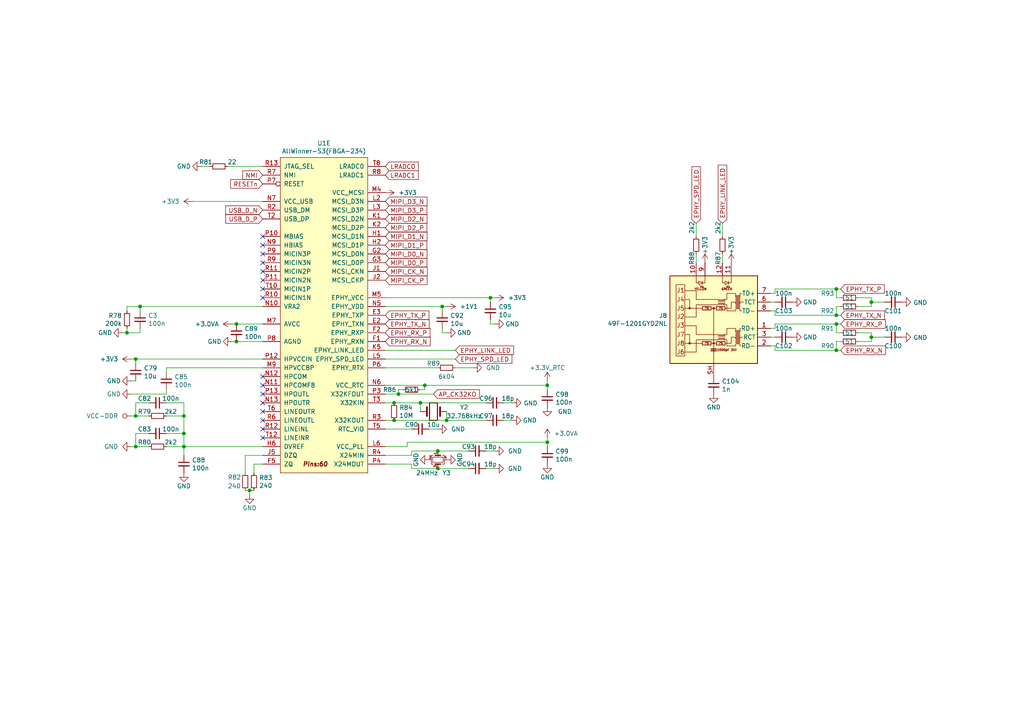
<source format=kicad_sch>
(kicad_sch (version 20230121) (generator eeschema)
  (paper "A4")
  (title_block (title "OtterCastAudioV2") (rev "1.0"))
  (junction (at 242.57 101.6))
  (junction (at 242.57 83.82))
  (junction (at 142.24 86.36))
  (junction (at 39.37 129.54))
  (junction (at 128.27 88.9))
  (junction (at 53.34 125.73))
  (junction (at 158.75 128.27))
  (junction (at 158.75 111.76))
  (junction (at 127 135.89))
  (junction (at 242.57 93.98))
  (junction (at 53.34 120.65))
  (junction (at 242.57 91.44))
  (junction (at 127 130.81))
  (junction (at 68.58 93.98))
  (junction (at 114.3 121.92))
  (junction (at 114.3 116.84))
  (junction (at 53.34 129.54))
  (junction (at 252.73 97.79))
  (junction (at 39.37 104.14))
  (junction (at 72.39 142.24))
  (junction (at 40.64 88.9))
  (junction (at 121.92 116.84))
  (junction (at 39.37 120.65))
  (junction (at 68.58 99.06))
  (junction (at 252.73 87.63))
  (junction (at 129.54 121.92))
  (junction (at 36.83 96.52))
  (junction (at 115.57 114.3))
  (junction (at 123.19 111.76))
  (no_connect (at 76.2 114.3))
  (no_connect (at 76.2 81.28))
  (no_connect (at 76.2 71.12))
  (no_connect (at 76.2 68.58))
  (no_connect (at 76.2 76.2))
  (no_connect (at 76.2 86.36))
  (no_connect (at 76.2 127))
  (no_connect (at 76.2 124.46))
  (no_connect (at 76.2 116.84))
  (no_connect (at 76.2 83.82))
  (no_connect (at 76.2 78.74))
  (no_connect (at 76.2 121.92))
  (no_connect (at 76.2 111.76))
  (no_connect (at 76.2 119.38))
  (no_connect (at 76.2 73.66))
  (no_connect (at 76.2 109.22))
  (wire (pts (xy 76.2 48.26) (xy 66.04 48.26)))
  (wire (pts (xy 252.73 96.52) (xy 252.73 97.79)))
  (wire (pts (xy 38.1 114.3) (xy 48.26 114.3)))
  (wire (pts (xy 119.38 132.08) (xy 111.76 132.08)))
  (wire (pts (xy 129.54 88.9) (xy 128.27 88.9)))
  (wire (pts (xy 53.34 129.54) (xy 76.2 129.54)))
  (wire (pts (xy 128.27 96.52) (xy 128.27 95.25)))
  (wire (pts (xy 224.79 93.98) (xy 224.79 95.25)))
  (wire (pts (xy 129.54 119.38) (xy 129.54 121.92)))
  (wire (pts (xy 36.83 88.9) (xy 36.83 90.17)))
  (wire (pts (xy 128.27 88.9) (xy 128.27 90.17)))
  (wire (pts (xy 224.79 91.44) (xy 224.79 90.17)))
  (wire (pts (xy 224.79 91.44) (xy 242.57 91.44)))
  (wire (pts (xy 67.31 99.06) (xy 68.58 99.06)))
  (wire (pts (xy 73.66 142.24) (xy 72.39 142.24)))
  (wire (pts (xy 111.76 121.92) (xy 114.3 121.92)))
  (wire (pts (xy 132.08 106.68) (xy 137.16 106.68)))
  (wire (pts (xy 242.57 86.36) (xy 242.57 83.82)))
  (wire (pts (xy 129.54 121.92) (xy 140.97 121.92)))
  (wire (pts (xy 111.76 114.3) (xy 115.57 114.3)))
  (wire (pts (xy 111.76 106.68) (xy 127 106.68)))
  (wire (pts (xy 39.37 104.14) (xy 76.2 104.14)))
  (wire (pts (xy 209.55 64.77) (xy 209.55 68.58)))
  (wire (pts (xy 248.92 99.06) (xy 252.73 99.06)))
  (wire (pts (xy 40.64 88.9) (xy 76.2 88.9)))
  (wire (pts (xy 119.38 135.89) (xy 127 135.89)))
  (wire (pts (xy 119.38 130.81) (xy 119.38 132.08)))
  (wire (pts (xy 148.59 116.84) (xy 146.05 116.84)))
  (wire (pts (xy 158.75 110.49) (xy 158.75 111.76)))
  (wire (pts (xy 123.19 111.76) (xy 158.75 111.76)))
  (wire (pts (xy 111.76 116.84) (xy 114.3 116.84)))
  (wire (pts (xy 48.26 125.73) (xy 53.34 125.73)))
  (wire (pts (xy 39.37 104.14) (xy 39.37 105.41)))
  (wire (pts (xy 53.34 129.54) (xy 53.34 125.73)))
  (wire (pts (xy 40.64 95.25) (xy 40.64 96.52)))
  (wire (pts (xy 243.84 86.36) (xy 242.57 86.36)))
  (wire (pts (xy 38.1 104.14) (xy 39.37 104.14)))
  (wire (pts (xy 252.73 96.52) (xy 248.92 96.52)))
  (wire (pts (xy 48.26 120.65) (xy 53.34 120.65)))
  (wire (pts (xy 223.52 87.63) (xy 224.79 87.63)))
  (wire (pts (xy 72.39 143.51) (xy 72.39 142.24)))
  (wire (pts (xy 243.84 93.98) (xy 242.57 93.98)))
  (wire (pts (xy 48.26 106.68) (xy 76.2 106.68)))
  (wire (pts (xy 158.75 127) (xy 158.75 128.27)))
  (wire (pts (xy 43.18 120.65) (xy 39.37 120.65)))
  (wire (pts (xy 123.19 113.03) (xy 123.19 111.76)))
  (wire (pts (xy 242.57 96.52) (xy 242.57 93.98)))
  (wire (pts (xy 115.57 113.03) (xy 115.57 114.3)))
  (wire (pts (xy 243.84 96.52) (xy 242.57 96.52)))
  (wire (pts (xy 58.42 48.26) (xy 60.96 48.26)))
  (wire (pts (xy 38.1 110.49) (xy 39.37 110.49)))
  (wire (pts (xy 224.79 95.25) (xy 223.52 95.25)))
  (wire (pts (xy 119.38 130.81) (xy 127 130.81)))
  (wire (pts (xy 148.59 121.92) (xy 146.05 121.92)))
  (wire (pts (xy 243.84 99.06) (xy 242.57 99.06)))
  (wire (pts (xy 114.3 116.84) (xy 121.92 116.84)))
  (wire (pts (xy 243.84 88.9) (xy 242.57 88.9)))
  (wire (pts (xy 116.84 113.03) (xy 115.57 113.03)))
  (wire (pts (xy 242.57 93.98) (xy 224.79 93.98)))
  (wire (pts (xy 40.64 88.9) (xy 36.83 88.9)))
  (wire (pts (xy 242.57 99.06) (xy 242.57 101.6)))
  (wire (pts (xy 111.76 124.46) (xy 119.38 124.46)))
  (wire (pts (xy 118.11 128.27) (xy 158.75 128.27)))
  (wire (pts (xy 142.24 86.36) (xy 142.24 87.63)))
  (wire (pts (xy 248.92 88.9) (xy 252.73 88.9)))
  (wire (pts (xy 111.76 129.54) (xy 118.11 129.54)))
  (wire (pts (xy 158.75 113.03) (xy 158.75 111.76)))
  (wire (pts (xy 224.79 100.33) (xy 223.52 100.33)))
  (wire (pts (xy 48.26 107.95) (xy 48.26 106.68)))
  (wire (pts (xy 256.54 97.79) (xy 252.73 97.79)))
  (wire (pts (xy 38.1 129.54) (xy 39.37 129.54)))
  (wire (pts (xy 39.37 120.65) (xy 39.37 116.84)))
  (wire (pts (xy 224.79 85.09) (xy 223.52 85.09)))
  (wire (pts (xy 127 135.89) (xy 135.89 135.89)))
  (wire (pts (xy 121.92 116.84) (xy 140.97 116.84)))
  (wire (pts (xy 224.79 83.82) (xy 224.79 85.09)))
  (wire (pts (xy 252.73 86.36) (xy 252.73 87.63)))
  (wire (pts (xy 127 124.46) (xy 124.46 124.46)))
  (wire (pts (xy 143.51 86.36) (xy 142.24 86.36)))
  (wire (pts (xy 68.58 99.06) (xy 76.2 99.06)))
  (wire (pts (xy 40.64 96.52) (xy 36.83 96.52)))
  (wire (pts (xy 127 130.81) (xy 135.89 130.81)))
  (wire (pts (xy 242.57 101.6) (xy 224.79 101.6)))
  (wire (pts (xy 68.58 93.98) (xy 76.2 93.98)))
  (wire (pts (xy 43.18 125.73) (xy 39.37 125.73)))
  (wire (pts (xy 53.34 125.73) (xy 53.34 120.65)))
  (wire (pts (xy 143.51 130.81) (xy 140.97 130.81)))
  (wire (pts (xy 73.66 134.62) (xy 73.66 137.16)))
  (wire (pts (xy 111.76 88.9) (xy 128.27 88.9)))
  (wire (pts (xy 242.57 88.9) (xy 242.57 91.44)))
  (wire (pts (xy 48.26 129.54) (xy 53.34 129.54)))
  (wire (pts (xy 67.31 93.98) (xy 68.58 93.98)))
  (wire (pts (xy 224.79 90.17) (xy 223.52 90.17)))
  (wire (pts (xy 248.92 86.36) (xy 252.73 86.36)))
  (wire (pts (xy 121.92 113.03) (xy 123.19 113.03)))
  (wire (pts (xy 143.51 93.98) (xy 142.24 93.98)))
  (wire (pts (xy 115.57 114.3) (xy 125.73 114.3)))
  (wire (pts (xy 111.76 86.36) (xy 142.24 86.36)))
  (wire (pts (xy 143.51 135.89) (xy 140.97 135.89)))
  (wire (pts (xy 39.37 116.84) (xy 43.18 116.84)))
  (wire (pts (xy 72.39 142.24) (xy 71.12 142.24)))
  (wire (pts (xy 121.92 119.38) (xy 121.92 116.84)))
  (wire (pts (xy 53.34 129.54) (xy 53.34 132.08)))
  (wire (pts (xy 39.37 129.54) (xy 43.18 129.54)))
  (wire (pts (xy 76.2 134.62) (xy 73.66 134.62)))
  (wire (pts (xy 243.84 101.6) (xy 242.57 101.6)))
  (wire (pts (xy 201.93 73.66) (xy 201.93 76.2)))
  (wire (pts (xy 111.76 101.6) (xy 132.08 101.6)))
  (wire (pts (xy 48.26 114.3) (xy 48.26 113.03)))
  (wire (pts (xy 38.1 120.65) (xy 39.37 120.65)))
  (wire (pts (xy 111.76 104.14) (xy 132.08 104.14)))
  (wire (pts (xy 71.12 132.08) (xy 76.2 132.08)))
  (wire (pts (xy 242.57 91.44) (xy 243.84 91.44)))
  (wire (pts (xy 111.76 134.62) (xy 119.38 134.62)))
  (wire (pts (xy 142.24 93.98) (xy 142.24 92.71)))
  (wire (pts (xy 224.79 101.6) (xy 224.79 100.33)))
  (wire (pts (xy 55.88 58.42) (xy 76.2 58.42)))
  (wire (pts (xy 114.3 121.92) (xy 129.54 121.92)))
  (wire (pts (xy 252.73 87.63) (xy 252.73 88.9)))
  (wire (pts (xy 36.83 96.52) (xy 36.83 95.25)))
  (wire (pts (xy 201.93 68.58) (xy 201.93 64.77)))
  (wire (pts (xy 129.54 96.52) (xy 128.27 96.52)))
  (wire (pts (xy 243.84 83.82) (xy 242.57 83.82)))
  (wire (pts (xy 224.79 97.79) (xy 223.52 97.79)))
  (wire (pts (xy 158.75 129.54) (xy 158.75 128.27)))
  (wire (pts (xy 119.38 134.62) (xy 119.38 135.89)))
  (wire (pts (xy 209.55 73.66) (xy 209.55 76.2)))
  (wire (pts (xy 111.76 111.76) (xy 123.19 111.76)))
  (wire (pts (xy 71.12 132.08) (xy 71.12 137.16)))
  (wire (pts (xy 53.34 120.65) (xy 53.34 116.84)))
  (wire (pts (xy 35.56 96.52) (xy 36.83 96.52)))
  (wire (pts (xy 48.26 116.84) (xy 53.34 116.84)))
  (wire (pts (xy 118.11 129.54) (xy 118.11 128.27)))
  (wire (pts (xy 242.57 83.82) (xy 224.79 83.82)))
  (wire (pts (xy 252.73 97.79) (xy 252.73 99.06)))
  (wire (pts (xy 39.37 125.73) (xy 39.37 129.54)))
  (wire (pts (xy 256.54 87.63) (xy 252.73 87.63)))
  (wire (pts (xy 40.64 88.9) (xy 40.64 90.17)))
  (global_label "MIPI_D1_N" (shape input) (at 111.76 68.58 0) (property "Intersheetrefs" "${INTERSHEET_REFS}" (effects hide)))
  (global_label "EPHY_LINK_LED" (shape input) (at 132.08 101.6 0) (property "Intersheetrefs" "${INTERSHEET_REFS}" (effects hide)))
  (global_label "EPHY_TX_N" (shape input) (at 243.84 91.44 0) (property "Intersheetrefs" "${INTERSHEET_REFS}" (effects hide)))
  (global_label "LRADC0" (shape input) (at 111.76 48.26 0) (property "Intersheetrefs" "${INTERSHEET_REFS}" (effects hide)))
  (global_label "MIPI_D2_P" (shape input) (at 111.76 66.04 0) (property "Intersheetrefs" "${INTERSHEET_REFS}" (effects hide)))
  (global_label "MIPI_D2_N" (shape input) (at 111.76 63.5 0) (property "Intersheetrefs" "${INTERSHEET_REFS}" (effects hide)))
  (global_label "MIPI_D0_P" (shape input) (at 111.76 76.2 0) (property "Intersheetrefs" "${INTERSHEET_REFS}" (effects hide)))
  (global_label "EPHY_SPD_LED" (shape input) (at 201.93 64.77 90) (property "Intersheetrefs" "${INTERSHEET_REFS}" (effects hide)))
  (global_label "MIPI_D0_N" (shape input) (at 111.76 73.66 0) (property "Intersheetrefs" "${INTERSHEET_REFS}" (effects hide)))
  (global_label "USB_D_P" (shape input) (at 76.2 63.5 180) (property "Intersheetrefs" "${INTERSHEET_REFS}" (effects hide)))
  (global_label "EPHY_RX_N" (shape input) (at 111.76 99.06 0) (property "Intersheetrefs" "${INTERSHEET_REFS}" (effects hide)))
  (global_label "EPHY_RX_P" (shape input) (at 243.84 93.98 0) (property "Intersheetrefs" "${INTERSHEET_REFS}" (effects hide)))
  (global_label "EPHY_TX_P" (shape input) (at 111.76 91.44 0) (property "Intersheetrefs" "${INTERSHEET_REFS}" (effects hide)))
  (global_label "EPHY_RX_P" (shape input) (at 111.76 96.52 0) (property "Intersheetrefs" "${INTERSHEET_REFS}" (effects hide)))
  (global_label "MIPI_D1_P" (shape input) (at 111.76 71.12 0) (property "Intersheetrefs" "${INTERSHEET_REFS}" (effects hide)))
  (global_label "LRADC1" (shape input) (at 111.76 50.8 0) (property "Intersheetrefs" "${INTERSHEET_REFS}" (effects hide)))
  (global_label "EPHY_RX_N" (shape input) (at 243.84 101.6 0) (property "Intersheetrefs" "${INTERSHEET_REFS}" (effects hide)))
  (global_label "NMI" (shape input) (at 76.2 50.8 180) (property "Intersheetrefs" "${INTERSHEET_REFS}" (effects hide)))
  (global_label "MIPI_CK_N" (shape input) (at 111.76 78.74 0) (property "Intersheetrefs" "${INTERSHEET_REFS}" (effects hide)))
  (global_label "EPHY_TX_N" (shape input) (at 111.76 93.98 0) (property "Intersheetrefs" "${INTERSHEET_REFS}" (effects hide)))
  (global_label "EPHY_LINK_LED" (shape input) (at 209.55 64.77 90) (property "Intersheetrefs" "${INTERSHEET_REFS}" (effects hide)))
  (global_label "EPHY_TX_P" (shape input) (at 243.84 83.82 0) (property "Intersheetrefs" "${INTERSHEET_REFS}" (effects hide)))
  (global_label "AP_CK32KO" (shape input) (at 125.73 114.3 0) (property "Intersheetrefs" "${INTERSHEET_REFS}" (effects hide)))
  (global_label "USB_D_N" (shape input) (at 76.2 60.96 180) (property "Intersheetrefs" "${INTERSHEET_REFS}" (effects hide)))
  (global_label "EPHY_SPD_LED" (shape input) (at 132.08 104.14 0) (property "Intersheetrefs" "${INTERSHEET_REFS}" (effects hide)))
  (global_label "MIPI_CK_P" (shape input) (at 111.76 81.28 0) (property "Intersheetrefs" "${INTERSHEET_REFS}" (effects hide)))
  (global_label "RESETn" (shape input) (at 76.2 53.34 180) (property "Intersheetrefs" "${INTERSHEET_REFS}" (effects hide)))
  (global_label "MIPI_D3_P" (shape input) (at 111.76 60.96 0) (property "Intersheetrefs" "${INTERSHEET_REFS}" (effects hide)))
  (global_label "MIPI_D3_N" (shape input) (at 111.76 58.42 0) (property "Intersheetrefs" "${INTERSHEET_REFS}" (effects hide)))
  (symbol (lib_id "Device:C_Small") (at 40.64 92.71 0) (unit 1)
    (property "Reference" "C3" (at 42.9768 91.5416 0) (effects (justify left)))
    (property "Value" "100n" (at 42.9768 93.853 0) (effects (justify left)))
    (property "Footprint" "otter:C_0402" (effects hide))
  )
  (symbol (lib_id "power:GND") (at 137.16 106.68 90) (mirror x) (unit 1)
    (property "Reference" "#PWR0114" (effects hide))
    (property "Value" "GND" (at 140.97 106.68 90) (effects (justify right)))
  )
  (symbol (lib_id "power:+3V3") (at 143.51 86.36 270) (unit 1)
    (property "Reference" "#PWR?" (effects hide))
    (property "Value" "+3V3" (at 147.32 86.36 90) (effects (justify left)))
  )
  (symbol (lib_id "otter:49F-1201GYD2NL") (at 207.01 92.71 0) (unit 1)
    (property "Reference" "J8" (at 193.548 91.5416 0) (effects (justify right)))
    (property "Value" "49F-1201GYD2NL" (at 193.548 93.853 0) (effects (justify right)))
    (property "Footprint" "otter:49F-1201GYDXNL" (effects hide))
    (property "Datasheet" "https://productfinder.pulseeng.com/doc_type/WEB301/doc_num/JXD6-0001NL/doc_part/JXD6-0001NL.pdf" (effects hide))
  )
  (symbol (lib_id "power:+3V3") (at 204.47 76.2 0) (unit 1)
    (property "Reference" "#PWR?" (effects hide))
    (property "Value" "+3V3" (at 204.47 71.12 90))
  )
  (symbol (lib_id "power:+3V3") (at 212.09 76.2 0) (unit 1)
    (property "Reference" "#PWR?" (effects hide))
    (property "Value" "+3V3" (at 212.09 71.12 90))
  )
  (symbol (lib_id "power:+3V3") (at 111.76 55.88 270) (unit 1)
    (property "Reference" "#PWR?" (effects hide))
    (property "Value" "+3V3" (at 115.57 55.88 90) (effects (justify left)))
  )
  (symbol (lib_id "power:+1V1") (at 129.54 88.9 270) (unit 1)
    (property "Reference" "#PWR?" (effects hide))
    (property "Value" "+1V1" (at 133.35 88.9 90) (effects (justify left)))
  )
  (symbol (lib_id "otter:+3.0VA") (at 158.75 127 0) (unit 1)
    (property "Reference" "#PWR?" (effects hide))
    (property "Value" "+3.0VA" (at 167.64 125.73 0) (effects (justify right)))
  )
  (symbol (lib_id "otter:+3.0VA") (at 67.31 93.98 90) (unit 1)
    (property "Reference" "#PWR?" (effects hide))
    (property "Value" "+3.0VA" (at 63.5 93.98 90) (effects (justify left)))
  )
  (symbol (lib_id "power:+3V3") (at 55.88 58.42 90) (unit 1)
    (property "Reference" "#PWR?" (effects hide))
    (property "Value" "+3V3" (at 52.07 58.42 90) (effects (justify left)))
  )
  (symbol (lib_id "power:+3V3") (at 38.1 104.14 90) (unit 1)
    (property "Reference" "#PWR?" (effects hide))
    (property "Value" "+3V3" (at 34.29 104.14 90) (effects (justify left)))
  )
  (symbol (lib_id "power:GND") (at 58.42 48.26 270) (mirror x) (unit 1)
    (property "Reference" "#PWR0244" (effects hide))
    (property "Value" "GND" (at 53.34 48.26 90))
  )
  (symbol (lib_id "power:GND") (at 67.31 99.06 270) (mirror x) (unit 1)
    (property "Reference" "#PWR0245" (effects hide))
    (property "Value" "GND" (at 62.23 99.06 90))
  )
  (symbol (lib_id "power:GND") (at 38.1 110.49 270) (mirror x) (unit 1)
    (property "Reference" "#PWR0249" (effects hide))
    (property "Value" "GND" (at 33.02 110.49 90))
  )
  (symbol (lib_id "power:GND") (at 38.1 114.3 270) (mirror x) (unit 1)
    (property "Reference" "#PWR0250" (effects hide))
    (property "Value" "GND" (at 33.02 114.3 90))
  )
  (symbol (lib_id "power:GND") (at 72.39 143.51 0) (mirror y) (unit 1)
    (property "Reference" "#PWR0252" (effects hide))
    (property "Value" "GND" (at 72.39 147.32 0))
  )
  (symbol (lib_id "otter:VCC-DDR") (at 38.1 120.65 90) (unit 1)
    (property "Reference" "#PWR0253" (effects hide))
    (property "Value" "VCC-DDR" (at 34.29 120.65 90) (effects (justify left)))
  )
  (symbol (lib_id "power:GND") (at 53.34 137.16 0) (mirror y) (unit 1)
    (property "Reference" "#PWR0254" (effects hide))
    (property "Value" "GND" (at 53.34 140.97 0))
  )
  (symbol (lib_id "power:GND") (at 129.54 96.52 90) (mirror x) (unit 1)
    (property "Reference" "#PWR0256" (effects hide))
    (property "Value" "GND" (at 134.62 96.52 90))
  )
  (symbol (lib_id "power:GND") (at 143.51 93.98 90) (mirror x) (unit 1)
    (property "Reference" "#PWR0257" (effects hide))
    (property "Value" "GND" (at 148.59 93.98 90))
  )
  (symbol (lib_id "otter:+3V3_RTC") (at 158.75 110.49 0) (unit 1)
    (property "Reference" "#PWR0265" (effects hide))
    (property "Value" "+3V3_RTC" (at 158.75 106.68 0))
  )
  (symbol (lib_id "otter:AllWinner-S3(FBGA-234)") (at 93.98 91.44 0) (unit 5)
    (property "Reference" "U1" (at 93.98 41.529 0))
    (property "Value" "AllWinner-S3(FBGA-234)" (at 93.98 43.8404 0))
    (property "Footprint" "otter:FBGA-234(Pitch-0.65mm_Pad-0.3mm_11x11x1.08mm)" (effects hide))
  )
  (symbol (lib_id "Device:R_Small") (at 63.5 48.26 270) (unit 1)
    (property "Reference" "R81" (at 59.69 46.99 90))
    (property "Value" "22" (at 67.31 46.99 90))
    (property "Footprint" "otter:R_0402" (effects hide))
  )
  (symbol (lib_id "Device:C_Small") (at 48.26 110.49 0) (unit 1)
    (property "Reference" "C85" (at 50.5968 109.3216 0) (effects (justify left)))
    (property "Value" "100n" (at 50.5968 111.633 0) (effects (justify left)))
    (property "Footprint" "otter:C_0402" (effects hide))
  )
  (symbol (lib_id "Device:C_Small") (at 39.37 107.95 0) (unit 1)
    (property "Reference" "C79" (at 41.7068 106.7816 0) (effects (justify left)))
    (property "Value" "10u" (at 41.7068 109.093 0) (effects (justify left)))
    (property "Footprint" "otter:C_0603" (effects hide))
  )
  (symbol (lib_id "Device:C_Small") (at 68.58 96.52 0) (unit 1)
    (property "Reference" "C89" (at 70.9168 95.3516 0) (effects (justify left)))
    (property "Value" "100n" (at 70.9168 97.663 0) (effects (justify left)))
    (property "Footprint" "otter:C_0402" (effects hide))
  )
  (symbol (lib_id "Device:R_Small") (at 36.83 92.71 0) (unit 1)
    (property "Reference" "R78" (at 35.3568 91.5416 0) (effects (justify right)))
    (property "Value" "200k" (at 35.3568 93.853 0) (effects (justify right)))
    (property "Footprint" "otter:R_0402" (effects hide))
  )
  (symbol (lib_id "power:GND") (at 35.56 96.52 270) (mirror x) (unit 1)
    (property "Reference" "#PWR0268" (effects hide))
    (property "Value" "GND" (at 30.48 96.52 90))
  )
  (symbol (lib_id "Device:C_Small") (at 128.27 92.71 0) (unit 1)
    (property "Reference" "C92" (at 130.6068 91.5416 0) (effects (justify left)))
    (property "Value" "10u" (at 130.6068 93.853 0) (effects (justify left)))
    (property "Footprint" "otter:C_0603" (effects hide))
  )
  (symbol (lib_id "Device:C_Small") (at 142.24 90.17 0) (unit 1)
    (property "Reference" "C95" (at 144.5768 89.0016 0) (effects (justify left)))
    (property "Value" "10u" (at 144.5768 91.313 0) (effects (justify left)))
    (property "Footprint" "otter:C_0603" (effects hide))
  )
  (symbol (lib_id "Device:R_Small") (at 209.55 71.12 0) (unit 1)
    (property "Reference" "R87" (at 208.28 74.93 90))
    (property "Value" "2k2" (at 208.28 66.04 90))
    (property "Footprint" "otter:R_0402" (effects hide))
  )
  (symbol (lib_id "Device:R_Small") (at 201.93 71.12 0) (unit 1)
    (property "Reference" "R88" (at 200.66 74.93 90))
    (property "Value" "2k2" (at 200.66 66.04 90))
    (property "Footprint" "otter:R_0402" (effects hide))
  )
  (symbol (lib_id "Device:R_Small") (at 129.54 106.68 270) (unit 1)
    (property "Reference" "R89" (at 125.73 105.41 90))
    (property "Value" "6k04" (at 129.54 109.22 90))
    (property "Footprint" "otter:R_0402" (effects hide))
  )
  (symbol (lib_id "Device:R_Small") (at 45.72 120.65 270) (unit 1)
    (property "Reference" "R79" (at 41.91 119.38 90))
    (property "Value" "2k2" (at 49.53 119.38 90))
    (property "Footprint" "otter:R_0402" (effects hide))
  )
  (symbol (lib_id "Device:C_Small") (at 53.34 134.62 0) (unit 1)
    (property "Reference" "C88" (at 55.6768 133.4516 0) (effects (justify left)))
    (property "Value" "100n" (at 55.6768 135.763 0) (effects (justify left)))
    (property "Footprint" "otter:C_0402" (effects hide))
  )
  (symbol (lib_id "Device:C_Small") (at 45.72 116.84 270) (unit 1)
    (property "Reference" "C82" (at 41.91 115.57 90))
    (property "Value" "100n" (at 49.53 115.57 90))
    (property "Footprint" "otter:C_0402" (effects hide))
  )
  (symbol (lib_id "Device:R_Small") (at 71.12 139.7 0) (unit 1)
    (property "Reference" "R82" (at 66.04 138.43 0) (effects (justify left)))
    (property "Value" "240" (at 66.04 140.97 0) (effects (justify left)))
    (property "Footprint" "otter:R_0402" (effects hide))
  )
  (symbol (lib_id "Device:R_Small") (at 73.66 139.7 0) (unit 1)
    (property "Reference" "R83" (at 75.1586 138.5316 0) (effects (justify left)))
    (property "Value" "240" (at 75.1586 140.843 0) (effects (justify left)))
    (property "Footprint" "otter:R_0402" (effects hide))
  )
  (symbol (lib_id "Device:Crystal_GND24_Small") (at 127 133.35 270) (unit 1)
    (property "Reference" "Y3" (at 128.27 137.16 90) (effects (justify left)))
    (property "Value" "24MHz" (at 120.65 137.16 90) (effects (justify left)))
    (property "Footprint" "otter:Oscillator_3225" (effects hide))
  )
  (symbol (lib_id "power:GND") (at 124.46 133.35 270) (mirror x) (unit 1)
    (property "Reference" "#PWR0269" (effects hide))
    (property "Value" "GND" (at 120.65 133.35 0))
  )
  (symbol (lib_id "Device:C_Small") (at 138.43 130.81 90) (unit 1)
    (property "Reference" "C93" (at 135.89 129.54 90))
    (property "Value" "18p" (at 142.24 129.54 90))
    (property "Footprint" "otter:C_0402" (effects hide))
  )
  (symbol (lib_id "Device:C_Small") (at 138.43 135.89 90) (unit 1)
    (property "Reference" "C94" (at 135.89 134.62 90))
    (property "Value" "18p" (at 142.24 134.62 90))
    (property "Footprint" "otter:C_0402" (effects hide))
  )
  (symbol (lib_id "power:GND") (at 129.54 133.35 90) (mirror x) (unit 1)
    (property "Reference" "#PWR0270" (effects hide))
    (property "Value" "GND" (at 133.35 133.35 0))
  )
  (symbol (lib_id "power:GND") (at 143.51 135.89 90) (mirror x) (unit 1)
    (property "Reference" "#PWR0271" (effects hide))
    (property "Value" "GND" (at 147.32 135.89 90) (effects (justify right)))
  )
  (symbol (lib_id "power:GND") (at 143.51 130.81 90) (mirror x) (unit 1)
    (property "Reference" "#PWR0272" (effects hide))
    (property "Value" "GND" (at 147.32 130.81 90) (effects (justify right)))
  )
  (symbol (lib_id "power:GND") (at 158.75 134.62 0) (mirror y) (unit 1)
    (property "Reference" "#PWR0273" (effects hide))
    (property "Value" "GND" (at 158.75 138.43 0))
  )
  (symbol (lib_id "Device:C_Small") (at 158.75 132.08 0) (unit 1)
    (property "Reference" "C99" (at 161.0868 130.9116 0) (effects (justify left)))
    (property "Value" "100n" (at 161.0868 133.223 0) (effects (justify left)))
    (property "Footprint" "otter:C_0402" (effects hide))
  )
  (symbol (lib_id "Device:C_Small") (at 121.92 124.46 90) (unit 1)
    (property "Reference" "C90" (at 119.38 123.19 90))
    (property "Value" "10u" (at 125.73 123.19 90))
    (property "Footprint" "otter:C_0603" (effects hide))
  )
  (symbol (lib_id "power:GND") (at 127 124.46 90) (mirror x) (unit 1)
    (property "Reference" "#PWR0274" (effects hide))
    (property "Value" "GND" (at 130.81 124.46 90) (effects (justify right)))
  )
  (symbol (lib_id "Device:Crystal") (at 125.73 119.38 0) (unit 1)
    (property "Reference" "Y2" (at 134.62 118.11 0))
    (property "Value" "32.768kHz" (at 134.62 120.65 0))
    (property "Footprint" "otter:Crystal_SMD_3215-2Pin_3.2x1.5mm" (effects hide))
  )
  (symbol (lib_id "Device:R_Small") (at 114.3 119.38 180) (unit 1)
    (property "Reference" "R84" (at 115.7986 118.2116 0) (effects (justify right)))
    (property "Value" "10M" (at 115.7986 120.523 0) (effects (justify right)))
    (property "Footprint" "otter:R_0402" (effects hide))
  )
  (symbol (lib_id "Device:C_Small") (at 143.51 116.84 90) (unit 1)
    (property "Reference" "C96" (at 140.97 115.57 90))
    (property "Value" "18p" (at 147.32 115.57 90))
    (property "Footprint" "otter:C_0402" (effects hide))
  )
  (symbol (lib_id "Device:C_Small") (at 143.51 121.92 90) (unit 1)
    (property "Reference" "C97" (at 140.97 120.65 90))
    (property "Value" "18p" (at 147.32 120.65 90))
    (property "Footprint" "otter:C_0402" (effects hide))
  )
  (symbol (lib_id "power:GND") (at 148.59 121.92 90) (mirror x) (unit 1)
    (property "Reference" "#PWR0275" (effects hide))
    (property "Value" "GND" (at 153.67 121.92 90))
  )
  (symbol (lib_id "power:GND") (at 148.59 116.84 90) (mirror x) (unit 1)
    (property "Reference" "#PWR0276" (effects hide))
    (property "Value" "GND" (at 151.8412 116.967 90) (effects (justify right)))
  )
  (symbol (lib_id "Device:C_Small") (at 158.75 115.57 0) (unit 1)
    (property "Reference" "C98" (at 161.0868 114.4016 0) (effects (justify left)))
    (property "Value" "100n" (at 161.0868 116.713 0) (effects (justify left)))
    (property "Footprint" "otter:C_0402" (effects hide))
  )
  (symbol (lib_id "power:GND") (at 158.75 118.11 0) (mirror y) (unit 1)
    (property "Reference" "#PWR0277" (effects hide))
    (property "Value" "GND" (at 163.83 119.38 0))
  )
  (symbol (lib_id "Device:R_Small") (at 119.38 113.03 90) (unit 1)
    (property "Reference" "R86" (at 113.03 113.03 90))
    (property "Value" "5k1" (at 119.38 113.03 90))
    (property "Footprint" "otter:R_0402" (effects hide))
  )
  (symbol (lib_id "Device:C_Small") (at 227.33 97.79 270) (unit 1)
    (property "Reference" "C102" (at 227.33 100.33 90))
    (property "Value" "100n" (at 227.33 95.25 90))
    (property "Footprint" "otter:C_0402" (effects hide))
  )
  (symbol (lib_id "Device:C_Small") (at 227.33 87.63 270) (unit 1)
    (property "Reference" "C103" (at 227.33 90.17 90))
    (property "Value" "100n" (at 227.33 85.09 90))
    (property "Footprint" "otter:C_0402" (effects hide))
  )
  (symbol (lib_id "power:GND") (at 229.87 97.79 90) (mirror x) (unit 1)
    (property "Reference" "#PWR0282" (effects hide))
    (property "Value" "GND" (at 234.95 97.79 90))
  )
  (symbol (lib_id "power:GND") (at 229.87 87.63 90) (mirror x) (unit 1)
    (property "Reference" "#PWR0283" (effects hide))
    (property "Value" "GND" (at 234.95 87.63 90))
  )
  (symbol (lib_id "Device:C_Small") (at 207.01 111.76 0) (unit 1)
    (property "Reference" "C104" (at 209.3468 110.5916 0) (effects (justify left)))
    (property "Value" "1n" (at 209.3468 112.903 0) (effects (justify left)))
    (property "Footprint" "otter:C_0805" (effects hide))
  )
  (symbol (lib_id "Device:R_Small") (at 246.38 96.52 90) (unit 1)
    (property "Reference" "R91" (at 240.03 95.25 90))
    (property "Value" "51" (at 246.38 96.52 90))
    (property "Footprint" "otter:R_0402" (effects hide))
  )
  (symbol (lib_id "Device:R_Small") (at 246.38 99.06 90) (unit 1)
    (property "Reference" "R90" (at 240.03 100.33 90))
    (property "Value" "51" (at 246.38 99.06 90))
    (property "Footprint" "otter:R_0402" (effects hide))
  )
  (symbol (lib_id "Device:R_Small") (at 246.38 86.36 90) (unit 1)
    (property "Reference" "R93" (at 240.03 85.09 90))
    (property "Value" "51" (at 246.38 86.36 90))
    (property "Footprint" "otter:R_0402" (effects hide))
  )
  (symbol (lib_id "Device:R_Small") (at 246.38 88.9 90) (unit 1)
    (property "Reference" "R92" (at 240.03 90.17 90))
    (property "Value" "51" (at 246.38 88.9 90))
    (property "Footprint" "otter:R_0402" (effects hide))
  )
  (symbol (lib_id "Device:C_Small") (at 259.08 87.63 270) (unit 1)
    (property "Reference" "C101" (at 259.08 90.17 90))
    (property "Value" "100n" (at 259.08 85.09 90))
    (property "Footprint" "otter:C_0402" (effects hide))
  )
  (symbol (lib_id "Device:C_Small") (at 259.08 97.79 270) (unit 1)
    (property "Reference" "C100" (at 259.08 100.33 90))
    (property "Value" "100n" (at 259.08 95.25 90))
    (property "Footprint" "otter:C_0402" (effects hide))
  )
  (symbol (lib_id "power:GND") (at 261.62 87.63 90) (mirror x) (unit 1)
    (property "Reference" "#PWR0284" (effects hide))
    (property "Value" "GND" (at 264.8712 87.757 90) (effects (justify right)))
  )
  (symbol (lib_id "power:GND") (at 261.62 97.79 90) (mirror x) (unit 1)
    (property "Reference" "#PWR0285" (effects hide))
    (property "Value" "GND" (at 264.8712 97.917 90) (effects (justify right)))
  )
  (symbol (lib_id "power:GND") (at 207.01 114.3 0) (mirror y) (unit 1)
    (property "Reference" "#PWR0286" (effects hide))
    (property "Value" "GND" (at 207.01 118.11 0))
  )
  (symbol (lib_id "Device:R_Small") (at 45.72 129.54 270) (unit 1)
    (property "Reference" "R80" (at 41.91 128.27 90))
    (property "Value" "2k2" (at 49.53 128.27 90))
    (property "Footprint" "otter:R_0402" (effects hide))
  )
  (symbol (lib_id "Device:C_Small") (at 45.72 125.73 270) (unit 1)
    (property "Reference" "C83" (at 41.91 124.46 90))
    (property "Value" "100n" (at 49.53 124.46 90))
    (property "Footprint" "otter:C_0402" (effects hide))
  )
  (symbol (lib_id "power:GND") (at 38.1 129.54 270) (mirror x) (unit 1)
    (property "Reference" "#PWR0287" (effects hide))
    (property "Value" "GND" (at 34.29 129.54 90) (effects (justify right)))
  )
)
</source>
